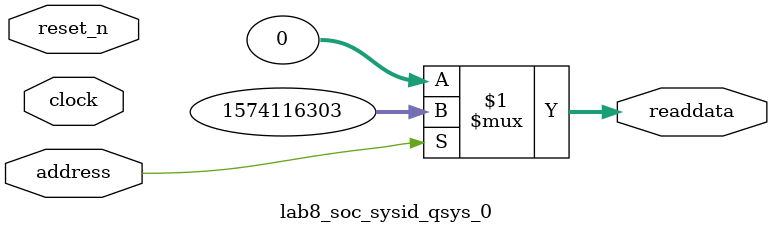
<source format=v>



// synthesis translate_off
`timescale 1ns / 1ps
// synthesis translate_on

// turn off superfluous verilog processor warnings 
// altera message_level Level1 
// altera message_off 10034 10035 10036 10037 10230 10240 10030 

module lab8_soc_sysid_qsys_0 (
               // inputs:
                address,
                clock,
                reset_n,

               // outputs:
                readdata
             )
;

  output  [ 31: 0] readdata;
  input            address;
  input            clock;
  input            reset_n;

  wire    [ 31: 0] readdata;
  //control_slave, which is an e_avalon_slave
  assign readdata = address ? 1574116303 : 0;

endmodule



</source>
